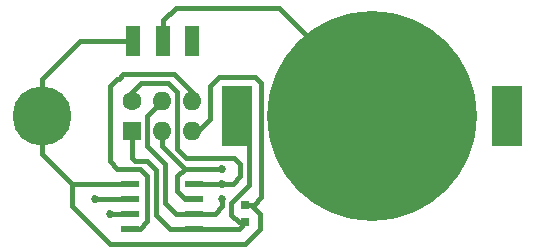
<source format=gbl>
G04 #@! TF.FileFunction,Copper,L2,Bot,Signal*
%FSLAX46Y46*%
G04 Gerber Fmt 4.6, Leading zero omitted, Abs format (unit mm)*
G04 Created by KiCad (PCBNEW 4.0.7) date 07/09/18 10:37:14*
%MOMM*%
%LPD*%
G01*
G04 APERTURE LIST*
%ADD10C,0.100000*%
%ADD11C,17.780000*%
%ADD12R,2.540000X5.080000*%
%ADD13R,1.200000X2.500000*%
%ADD14C,1.600000*%
%ADD15R,1.600000X1.600000*%
%ADD16O,1.600000X1.600000*%
%ADD17C,5.000000*%
%ADD18R,0.750000X0.800000*%
%ADD19R,1.550000X0.600000*%
%ADD20C,0.685800*%
%ADD21C,0.406400*%
G04 APERTURE END LIST*
D10*
D11*
X175260000Y-105410000D03*
D12*
X163830000Y-105410000D03*
X186690000Y-105410000D03*
D13*
X154980000Y-99060000D03*
X157520000Y-99060000D03*
X159980000Y-99060000D03*
D14*
X154940000Y-104140000D03*
D15*
X154940000Y-106680000D03*
D16*
X157480000Y-104140000D03*
X157480000Y-106680000D03*
X160020000Y-104140000D03*
X160020000Y-106680000D03*
D17*
X147320000Y-105410000D03*
D18*
X164465000Y-114415000D03*
X164465000Y-112915000D03*
D19*
X154780000Y-114935000D03*
X154780000Y-113665000D03*
X154780000Y-112395000D03*
X154780000Y-111125000D03*
X160180000Y-111125000D03*
X160180000Y-112395000D03*
X160180000Y-113665000D03*
X160180000Y-114935000D03*
D20*
X162560000Y-111125000D03*
X162560000Y-112395000D03*
X162560000Y-109855000D03*
X153035000Y-113665000D03*
X151765000Y-112395000D03*
D21*
X160020000Y-106680000D02*
X160528000Y-106680000D01*
X160528000Y-106680000D02*
X161544000Y-105664000D01*
X161544000Y-105664000D02*
X161544000Y-102870000D01*
X161544000Y-102870000D02*
X162306000Y-102108000D01*
X162306000Y-102108000D02*
X165354000Y-102108000D01*
X165354000Y-102108000D02*
X165862000Y-102616000D01*
X165862000Y-102616000D02*
X165862000Y-112268000D01*
X165862000Y-112268000D02*
X165215000Y-112915000D01*
X165215000Y-112915000D02*
X164465000Y-112915000D01*
X163830000Y-116205000D02*
X164465000Y-116205000D01*
X149860000Y-113030000D02*
X153035000Y-116205000D01*
X153035000Y-116205000D02*
X163830000Y-116205000D01*
X149860000Y-111125000D02*
X149860000Y-113030000D01*
X164985000Y-112915000D02*
X164465000Y-112915000D01*
X165735000Y-113665000D02*
X164985000Y-112915000D01*
X165735000Y-114935000D02*
X165735000Y-113665000D01*
X164465000Y-116205000D02*
X165735000Y-114935000D01*
X154780000Y-111125000D02*
X149860000Y-111125000D01*
X147320000Y-108585000D02*
X147320000Y-105410000D01*
X149860000Y-111125000D02*
X147320000Y-108585000D01*
X154980000Y-99060000D02*
X150495000Y-99060000D01*
X147320000Y-102235000D02*
X147320000Y-105410000D01*
X150495000Y-99060000D02*
X147320000Y-102235000D01*
X164465000Y-114415000D02*
X163945000Y-114415000D01*
X164846000Y-111252000D02*
X164846000Y-106426000D01*
X163322000Y-112776000D02*
X164846000Y-111252000D01*
X163322000Y-113792000D02*
X163322000Y-112776000D01*
X163945000Y-114415000D02*
X163322000Y-113792000D01*
X164846000Y-106426000D02*
X163830000Y-105410000D01*
X157480000Y-114300000D02*
X156972000Y-113792000D01*
X160180000Y-114935000D02*
X158115000Y-114935000D01*
X158115000Y-114935000D02*
X157480000Y-114300000D01*
X154940000Y-108966000D02*
X154940000Y-106680000D01*
X155194000Y-109220000D02*
X154940000Y-108966000D01*
X156210000Y-109220000D02*
X155194000Y-109220000D01*
X156972000Y-109982000D02*
X156210000Y-109220000D01*
X156972000Y-111506000D02*
X156972000Y-109982000D01*
X156972000Y-113792000D02*
X156972000Y-111506000D01*
X162445000Y-114935000D02*
X163945000Y-114935000D01*
X160180000Y-114935000D02*
X162445000Y-114935000D01*
X163945000Y-114935000D02*
X164465000Y-114415000D01*
X164465000Y-106045000D02*
X163830000Y-105410000D01*
X162814000Y-108966000D02*
X159512000Y-108966000D01*
X162560000Y-111125000D02*
X163449000Y-111125000D01*
X164084000Y-110490000D02*
X163449000Y-111125000D01*
X164084000Y-109474000D02*
X164084000Y-110490000D01*
X163576000Y-108966000D02*
X164084000Y-109474000D01*
X162814000Y-108966000D02*
X163576000Y-108966000D01*
X155702000Y-102616000D02*
X154940000Y-103378000D01*
X157988000Y-102616000D02*
X155702000Y-102616000D01*
X158750000Y-103378000D02*
X157988000Y-102616000D01*
X158750000Y-108204000D02*
X158750000Y-103378000D01*
X159512000Y-108966000D02*
X158750000Y-108204000D01*
X154940000Y-103378000D02*
X154940000Y-104140000D01*
X154940000Y-104140000D02*
X154940000Y-103886000D01*
X161290000Y-111125000D02*
X162560000Y-111125000D01*
X160180000Y-111125000D02*
X161290000Y-111125000D01*
X160180000Y-113665000D02*
X158623000Y-113665000D01*
X156210000Y-105410000D02*
X157480000Y-104140000D01*
X156210000Y-107950000D02*
X156210000Y-105410000D01*
X157734000Y-109474000D02*
X156210000Y-107950000D01*
X157734000Y-112776000D02*
X157734000Y-109474000D01*
X158623000Y-113665000D02*
X157734000Y-112776000D01*
X160180000Y-113665000D02*
X161925000Y-113665000D01*
X162560000Y-113030000D02*
X162560000Y-112395000D01*
X161925000Y-113665000D02*
X162560000Y-113030000D01*
X157480000Y-106680000D02*
X157480000Y-107950000D01*
X157480000Y-107950000D02*
X159385000Y-109855000D01*
X162560000Y-109855000D02*
X159385000Y-109855000D01*
X159385000Y-112395000D02*
X160180000Y-112395000D01*
X158750000Y-111760000D02*
X159385000Y-112395000D01*
X158750000Y-110490000D02*
X158750000Y-111760000D01*
X159385000Y-109855000D02*
X158750000Y-110490000D01*
X153670000Y-102235000D02*
X153797000Y-102235000D01*
X155575000Y-109855000D02*
X153670000Y-109855000D01*
X153670000Y-109855000D02*
X153035000Y-109220000D01*
X153035000Y-109220000D02*
X153035000Y-107950000D01*
X154780000Y-114935000D02*
X155575000Y-114935000D01*
X153035000Y-102870000D02*
X153670000Y-102235000D01*
X153035000Y-107950000D02*
X153035000Y-102870000D01*
X156210000Y-114300000D02*
X156210000Y-110490000D01*
X155575000Y-114935000D02*
X156210000Y-114300000D01*
X156210000Y-110490000D02*
X155575000Y-109855000D01*
X158496000Y-101854000D02*
X160020000Y-103378000D01*
X154178000Y-101854000D02*
X158496000Y-101854000D01*
X153797000Y-102235000D02*
X154178000Y-101854000D01*
X160020000Y-103378000D02*
X160020000Y-104140000D01*
X175260000Y-104013000D02*
X167386000Y-96266000D01*
X167386000Y-96266000D02*
X158623000Y-96266000D01*
X158623000Y-96266000D02*
X157520000Y-97242000D01*
X157520000Y-97242000D02*
X157520000Y-99060000D01*
X157520000Y-99060000D02*
X157520000Y-99608000D01*
X175260000Y-105410000D02*
X175260000Y-104013000D01*
X171450000Y-101092000D02*
X175260000Y-105410000D01*
X153035000Y-113665000D02*
X154780000Y-113665000D01*
X151765000Y-112395000D02*
X154780000Y-112395000D01*
M02*

</source>
